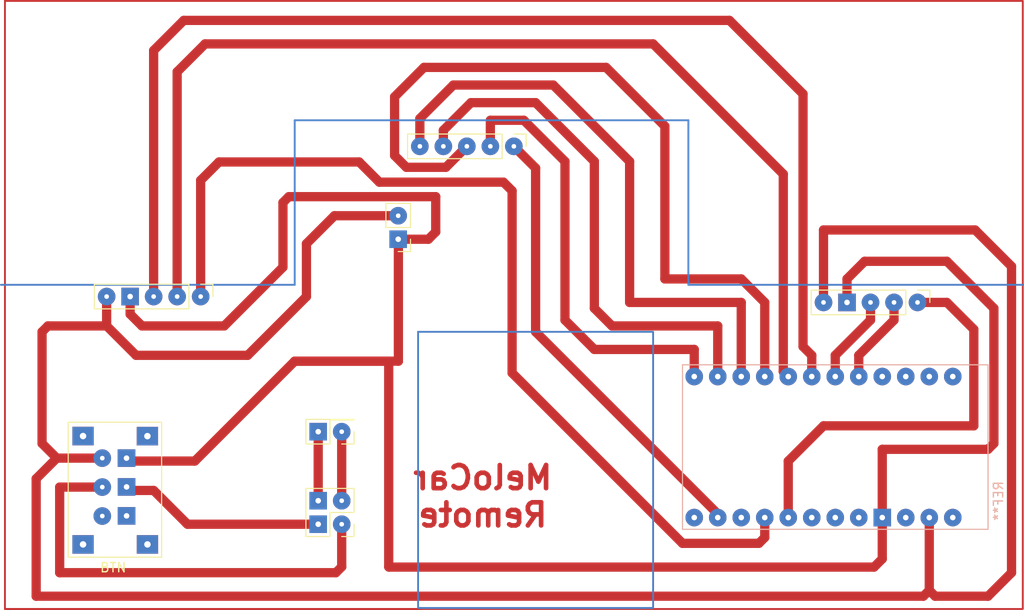
<source format=kicad_pcb>
(kicad_pcb (version 20211014) (generator pcbnew)
  (layers (0 "F.Cu" signal) (31 "B.Cu" signal) (34 "B.Paste" user) (35 "F.Paste" user) (36 "B.SilkS" user "B.Silkscreen") (37 "F.SilkS" user "F.Silkscreen") (38 "B.Mask" user) (39 "F.Mask" user) (44 "Edge.Cuts" user))
  (net 0 "")
  (footprint "Connector_PinHeader_2.54mm:PinHeader_1x05_P2.54mm_Vertical" (layer "F.Cu") (at 67.5 27.58 -90)
    (fp_text reference "" (at 0 -2.33 90) (layer "F.SilkS"))
    (fp_text value "POWERS")
    (fp_line (start -1.33 -1.33) (end 0 -1.33) (layer "F.SilkS") (width 0.12))
    (fp_line (start -1.33 1.27) (end -1.33 11.49) (layer "F.SilkS") (width 0.12))
    (fp_line (start 1.33 1.27) (end 1.33 11.49) (layer "F.SilkS") (width 0.12))
    (fp_line (start -1.33 0) (end -1.33 -1.33) (layer "F.SilkS") (width 0.12))
    (fp_line (start -1.33 11.49) (end 1.33 11.49) (layer "F.SilkS") (width 0.12))
    (fp_line (start -1.33 1.27) (end 1.33 1.27) (layer "F.SilkS") (width 0.12))
    (pad "1" thru_hole oval (at 0 0 270) (size 1.9 1.9) (drill 0.5) (layers *.Cu *.Mask))
    (pad "2" thru_hole oval (at 0 2.54 270) (size 1.9 1.9) (drill 0.5) (layers *.Cu *.Mask))
    (pad "3" thru_hole oval (at 0 5.08 270) (size 1.9 1.9) (drill 0.5) (layers *.Cu *.Mask))
    (pad "4" thru_hole oval (at 0 7.62 270) (size 1.9 1.9) (drill 0.5) (layers *.Cu *.Mask))
    (pad "5" thru_hole oval (at 0 10.16 270) (size 1.9 1.9) (drill 0.5) (layers *.Cu *.Mask))
  )
  (footprint "Connector_PinHeader_2.54mm:PinHeader_2x02_P2.54mm_Vertical" (layer "F.Cu") (at 48.895 68.42 180)
    (fp_text reference "" (at 1.27 -2.33) (layer "F.SilkS"))
    (fp_text value "POWERS")
    (fp_line (start -1.33 3.87) (end 3.87 3.87) (layer "F.SilkS") (width 0.12))
    (fp_line (start 3.87 -1.33) (end 3.87 3.87) (layer "F.SilkS") (width 0.12))
    (fp_line (start 1.27 1.27) (end 1.27 -1.33) (layer "F.SilkS") (width 0.12))
    (fp_line (start -1.33 1.27) (end 1.27 1.27) (layer "F.SilkS") (width 0.12))
    (fp_line (start -1.33 -1.33) (end 0 -1.33) (layer "F.SilkS") (width 0.12))
    (fp_line (start -1.33 1.27) (end -1.33 3.87) (layer "F.SilkS") (width 0.12))
    (fp_line (start 1.27 -1.33) (end 3.87 -1.33) (layer "F.SilkS") (width 0.12))
    (fp_line (start -1.33 0) (end -1.33 -1.33) (layer "F.SilkS") (width 0.12))
    (pad "1" thru_hole oval (at 0 0 180) (size 1.9 1.9) (drill 0.5) (layers *.Cu *.Mask))
    (pad "2" thru_hole rect (at 2.54 0 180) (size 1.9 1.9) (drill 0.6) (layers *.Cu *.Mask))
    (pad "3" thru_hole oval (at 0 2.54 180) (size 1.9 1.9) (drill 0.5) (layers *.Cu *.Mask))
    (pad "4" thru_hole rect (at 2.54 2.54 180) (size 1.9 1.9) (drill 0.6) (layers *.Cu *.Mask))
  )
  (footprint "Connector_PinHeader_2.54mm:PinHeader_1x05_P2.54mm_Vertical" (layer "F.Cu") (at 33.65 43.815 -90)
    (fp_text reference "" (at 0 -2.33 90) (layer "F.SilkS"))
    (fp_text value "POWERS")
    (fp_line (start -1.33 0) (end -1.33 -1.33) (layer "F.SilkS") (width 0.12))
    (fp_line (start -1.33 1.27) (end -1.33 11.49) (layer "F.SilkS") (width 0.12))
    (fp_line (start 1.33 1.27) (end 1.33 11.49) (layer "F.SilkS") (width 0.12))
    (fp_line (start -1.33 -1.33) (end 0 -1.33) (layer "F.SilkS") (width 0.12))
    (fp_line (start -1.33 1.27) (end 1.33 1.27) (layer "F.SilkS") (width 0.12))
    (fp_line (start -1.33 11.49) (end 1.33 11.49) (layer "F.SilkS") (width 0.12))
    (pad "1" thru_hole oval (at 0 0 270) (size 1.9 1.9) (drill 0.5) (layers *.Cu *.Mask))
    (pad "2" thru_hole oval (at 0 2.54 270) (size 1.9 1.9) (drill 0.5) (layers *.Cu *.Mask))
    (pad "3" thru_hole oval (at 0 5.08 270) (size 1.9 1.9) (drill 0.5) (layers *.Cu *.Mask))
    (pad "4" thru_hole rect (at 0 7.62 270) (size 1.9 1.9) (drill 0.6) (layers *.Cu *.Mask))
    (pad "5" thru_hole oval (at 0 10.16 270) (size 1.9 1.9) (drill 0.5) (layers *.Cu *.Mask))
  )
  (footprint "Connector_PinHeader_2.54mm:PinHeader_1x02_P2.54mm_Vertical" (layer "F.Cu") (at 55 37.62 180)
    (fp_text reference "" (at 0 -2.33) (layer "F.SilkS"))
    (fp_text value "POWERS")
    (fp_line (start 1.33 1.27) (end 1.33 3.87) (layer "F.SilkS") (width 0.12))
    (fp_line (start -1.33 1.27) (end 1.33 1.27) (layer "F.SilkS") (width 0.12))
    (fp_line (start -1.33 0) (end -1.33 -1.33) (layer "F.SilkS") (width 0.12))
    (fp_line (start -1.33 -1.33) (end 0 -1.33) (layer "F.SilkS") (width 0.12))
    (fp_line (start -1.33 1.27) (end -1.33 3.87) (layer "F.SilkS") (width 0.12))
    (fp_line (start -1.33 3.87) (end 1.33 3.87) (layer "F.SilkS") (width 0.12))
    (pad "1" thru_hole rect (at 0 0 180) (size 1.9 1.9) (drill 0.6) (layers *.Cu *.Mask))
    (pad "2" thru_hole oval (at 0 2.54 180) (size 1.9 1.9) (drill 0.5) (layers *.Cu *.Mask))
  )
  (footprint "Connector_PinHeader_2.54mm:PinHeader_2x01_P2.54mm_Vertical" (layer "F.Cu") (at 48.895 58.42 180)
    (fp_text reference "" (at 1.27 -2.33) (layer "F.SilkS"))
    (fp_text value "POWERS")
    (fp_line (start -1.33 -1.33) (end 0 -1.33) (layer "F.SilkS") (width 0.12))
    (fp_line (start 1.27 -1.33) (end 3.87 -1.33) (layer "F.SilkS") (width 0.12))
    (fp_line (start -1.33 0) (end -1.33 -1.33) (layer "F.SilkS") (width 0.12))
    (fp_line (start -1.33 1.33) (end 3.87 1.33) (layer "F.SilkS") (width 0.12))
    (fp_line (start 3.87 -1.33) (end 3.87 1.33) (layer "F.SilkS") (width 0.12))
    (fp_line (start -1.33 1.27) (end -1.33 1.33) (layer "F.SilkS") (width 0.12))
    (fp_line (start -1.33 1.27) (end 1.27 1.27) (layer "F.SilkS") (width 0.12))
    (fp_line (start 1.27 1.27) (end 1.27 -1.33) (layer "F.SilkS") (width 0.12))
    (pad "1" thru_hole oval (at 0 0 180) (size 1.9 1.9) (drill 0.5) (layers *.Cu *.Mask))
    (pad "2" thru_hole rect (at 2.54 0 180) (size 1.9 1.9) (drill 0.6) (layers *.Cu *.Mask))
  )
  (footprint "Connector_PinHeader_2.54mm:PushButton_6_pin" (layer "F.Cu") (at 27.94 70.485 180)
    (fp_text reference "BTN" (at 3.74 -2.618) (layer "F.SilkS"))
    (fp_text value "PushButton_6_pin")
    (fp_line (start -1.491194 -1.496) (end 8.602 -1.496) (layer "F.SilkS") (width 0.12))
    (fp_line (start -1.491194 13.09) (end 8.602 13.09) (layer "F.SilkS") (width 0.12))
    (fp_line (start 8.602 -1.496) (end 8.602 13.09) (layer "F.SilkS") (width 0.12))
    (fp_line (start -1.491194 -1.496) (end -1.491194 13.09) (layer "F.SilkS") (width 0.12))
    (pad "" thru_hole rect (at 0.043736 11.586152 180) (size 2.3 2) (drill 0.7) (layers *.Cu *.Mask))
    (pad "" thru_hole rect (at 0.03893 -0.118391 180) (size 2.3 2) (drill 0.7) (layers *.Cu *.Mask))
    (pad "" thru_hole rect (at 7.000509 11.59419 180) (size 2.3 2) (drill 0.7) (layers *.Cu *.Mask))
    (pad "" thru_hole rect (at 7.000509 -0.118391 180) (size 2.3 2) (drill 0.7) (layers *.Cu *.Mask))
    (pad "1" thru_hole rect (at 2.294688 2.967779 180) (size 1.9 1.9) (drill 0.6) (layers *.Cu *.Mask))
    (pad "2" thru_hole oval (at 4.918896 2.948554 180) (size 1.9 1.9) (drill 0.5) (layers *.Cu *.Mask))
    (pad "3" thru_hole rect (at 2.29506 6.097205 180) (size 1.9 1.9) (drill 0.6) (layers *.Cu *.Mask))
    (pad "4" thru_hole oval (at 4.919268 6.07798 180) (size 1.9 1.9) (drill 0.5) (layers *.Cu *.Mask))
    (pad "5" thru_hole rect (at 2.30164 9.207406 180) (size 1.9 1.9) (drill 0.6) (layers *.Cu *.Mask))
    (pad "6" thru_hole oval (at 4.91964 9.207406 180) (size 1.9 1.9) (drill 0.5) (layers *.Cu *.Mask))
  )
  (footprint "Connector_PinHeader_2.54mm:PinHeader_1x05_P2.54mm_Vertical" (layer "F.Cu") (at 111.125 44.45 -90)
    (fp_text reference "" (at 0 -2.33 90) (layer "F.SilkS"))
    (fp_text value "POWERS")
    (fp_line (start -1.33 0) (end -1.33 -1.33) (layer "F.SilkS") (width 0.12))
    (fp_line (start -1.33 11.49) (end 1.33 11.49) (layer "F.SilkS") (width 0.12))
    (fp_line (start -1.33 -1.33) (end 0 -1.33) (layer "F.SilkS") (width 0.12))
    (fp_line (start 1.33 1.27) (end 1.33 11.49) (layer "F.SilkS") (width 0.12))
    (fp_line (start -1.33 1.27) (end 1.33 1.27) (layer "F.SilkS") (width 0.12))
    (fp_line (start -1.33 1.27) (end -1.33 11.49) (layer "F.SilkS") (width 0.12))
    (pad "1" thru_hole oval (at 0 0 270) (size 1.9 1.9) (drill 0.5) (layers *.Cu *.Mask))
    (pad "2" thru_hole oval (at 0 2.54 270) (size 1.9 1.9) (drill 0.5) (layers *.Cu *.Mask))
    (pad "3" thru_hole oval (at 0 5.08 270) (size 1.9 1.9) (drill 0.5) (layers *.Cu *.Mask))
    (pad "4" thru_hole rect (at 0 7.62 270) (size 1.9 1.9) (drill 0.6) (layers *.Cu *.Mask))
    (pad "5" thru_hole oval (at 0 10.16 270) (size 1.9 1.9) (drill 0.5) (layers *.Cu *.Mask))
  )
  (footprint "Arduino pro mini:MODULE_ARDUINO_PRO_MINI" (layer "B.Cu") (at 102.235 60.08 90)
    (fp_text reference "REF**" (at -5.825 17.635 270) (layer "B.SilkS") (effects (justify mirror)))
    (fp_text value "MODULE_ARDUINO_PRO_MINI")
    (fp_line (start -8.89 16.51) (end -8.89 -16.51) (layer "B.SilkS") (width 0.127))
    (fp_line (start 8.89 -16.51) (end 8.89 16.51) (layer "B.SilkS") (width 0.127))
    (fp_line (start 8.89 16.51) (end -8.89 16.51) (layer "B.SilkS") (width 0.127))
    (fp_line (start -8.89 -16.51) (end 8.89 -16.51) (layer "B.SilkS") (width 0.127))
    (pad "2" thru_hole circle (at -7.62 2.54 90) (size 1.9 1.9) (drill 0.6) (layers *.Cu *.Mask))
    (pad "3" thru_hole circle (at -7.62 0 90) (size 1.9 1.9) (drill 0.6) (layers *.Cu *.Mask))
    (pad "4" thru_hole circle (at -7.62 -2.54 90) (size 1.9 1.9) (drill 0.6) (layers *.Cu *.Mask))
    (pad "5" thru_hole circle (at -7.62 -5.08 90) (size 1.9 1.9) (drill 0.6) (layers *.Cu *.Mask))
    (pad "6" thru_hole circle (at -7.62 -7.62 90) (size 1.9 1.9) (drill 0.6) (layers *.Cu *.Mask))
    (pad "7" thru_hole circle (at -7.62 -10.16 90) (size 1.9 1.9) (drill 0.6) (layers *.Cu *.Mask))
    (pad "8" thru_hole circle (at -7.62 -12.7 90) (size 1.9 1.9) (drill 0.6) (layers *.Cu *.Mask))
    (pad "9" thru_hole circle (at -7.62 -15.24 90) (size 1.9 1.9) (drill 0.6) (layers *.Cu *.Mask))
    (pad "10" thru_hole circle (at 7.62 -15.24 90) (size 1.9 1.9) (drill 0.6) (layers *.Cu *.Mask))
    (pad "11" thru_hole circle (at 7.62 -12.7 90) (size 1.9 1.9) (drill 0.6) (layers *.Cu *.Mask))
    (pad "12" thru_hole circle (at 7.62 -10.16 90) (size 1.9 1.9) (drill 0.6) (layers *.Cu *.Mask))
    (pad "13" thru_hole circle (at 7.62 -7.62 90) (size 1.9 1.9) (drill 0.6) (layers *.Cu *.Mask))
    (pad "A0" thru_hole circle (at 7.62 -5.08 90) (size 1.9 1.9) (drill 0.6) (layers *.Cu *.Mask))
    (pad "A1" thru_hole circle (at 7.62 -2.54 90) (size 1.9 1.9) (drill 0.6) (layers *.Cu *.Mask))
    (pad "A2" thru_hole circle (at 7.62 0 90) (size 1.9 1.9) (drill 0.6) (layers *.Cu *.Mask))
    (pad "A3" thru_hole circle (at 7.62 2.54 90) (size 1.9 1.9) (drill 0.6) (layers *.Cu *.Mask))
    (pad "GND" thru_hole circle (at 7.62 10.16 90) (size 1.9 1.9) (drill 0.6) (layers *.Cu *.Mask))
    (pad "GND" thru_hole rect (at -7.62 5.08 90) (size 1.9 1.9) (drill 0.6) (layers *.Cu *.Mask))
    (pad "JP7_10" thru_hole circle (at -7.62 7.62 90) (size 1.9 1.9) (drill 0.6) (layers *.Cu *.Mask))
    (pad "JP7_11" thru_hole circle (at -7.62 10.16 90) (size 1.9 1.9) (drill 0.6) (layers *.Cu *.Mask))
    (pad "JP7_12" thru_hole circle (at -7.62 12.7 90) (size 1.9 1.9) (drill 0.6) (layers *.Cu *.Mask))
    (pad "RAW" thru_hole circle (at 7.62 12.7 90) (size 1.9 1.9) (drill 0.6) (layers *.Cu *.Mask))
    (pad "RST" thru_hole circle (at 7.62 7.62 90) (size 1.9 1.9) (drill 0.6) (layers *.Cu *.Mask))
    (pad "VCC" thru_hole circle (at 7.62 5.08 90) (size 1.9 1.9) (drill 0.6) (layers *.Cu *.Mask))
  )
  (gr_line (start 12.5 77.58) (end 57.5 77.58) (layer "F.Cu") (width 0.2))
  (gr_rect (start 12.5 11.865) (end 122.5 77.58) (layer "F.Cu") (width 0.2) (fill none))
  (gr_line (start 86.36 24.765) (end 86.36 42.545) (layer "B.Cu") (width 0.2))
  (gr_line (start 12.065 42.545) (end 43.815 42.545) (layer "B.Cu") (width 0.2))
  (gr_line (start 43.815 24.765) (end 86.36 24.765) (layer "B.Cu") (width 0.2))
  (gr_line (start 43.815 42.545) (end 43.815 24.765) (layer "B.Cu") (width 0.2))
  (gr_rect (start 82.55 47.625) (end 57.15 77.47) (layer "B.Cu") (width 0.2) (fill none))
  (gr_line (start 86.36 42.545) (end 122.555 42.545) (layer "B.Cu") (width 0.2))
  (gr_text "MeloCar\nRemote" (at 64.135 65.405) (layer "F.Cu") (effects (font (size 2.5 2.5) (thickness 0.5)) (justify mirror)))
  (segment (start 54.61 22.225) (end 54.61 28.575) (width 1) (layer "F.Cu") (net 0))
  (segment (start 46.355 58.42) (end 46.355 65.88) (width 1) (layer "F.Cu") (net 0))
  (segment (start 83.82 25.4) (end 77.47 19.05) (width 1) (layer "F.Cu") (net 0))
  (segment (start 89.535 67.7) (end 89.535 67.31) (width 1) (layer "F.Cu") (net 0))
  (segment (start 73.025 46.355) (end 73.025 29.21) (width 1) (layer "F.Cu") (net 0))
  (segment (start 117.350973 36.61827) (end 121.285 40.552297) (width 1) (layer "F.Cu") (net 0))
  (segment (start 35.635433 29.268823) (end 50.780721 29.268823) (width 1) (layer "F.Cu") (net 0))
  (segment (start 69.85 29.93) (end 67.5 27.58) (width 1) (layer "F.Cu") (net 0))
  (segment (start 89.535 46.99) (end 78.105 46.99) (width 1) (layer "F.Cu") (net 0))
  (segment (start 100.965 36.61827) (end 117.350973 36.61827) (width 1) (layer "F.Cu") (net 0))
  (segment (start 26.027145 64.77) (end 28.575 64.77) (width 1) (layer "F.Cu") (net 0))
  (segment (start 96.617526 30.577526) (end 96.617526 51.922526) (width 1) (layer "F.Cu") (net 0))
  (segment (start 78.105 46.99) (end 76.2 45.085) (width 1) (layer "F.Cu") (net 0))
  (segment (start 55 37.62) (end 55.021225 37.641225) (width 1) (layer "F.Cu") (net 0))
  (segment (start 83.82 41.91) (end 83.82 25.4) (width 1) (layer "F.Cu") (net 0))
  (segment (start 121.285 40.552297) (end 121.285 73.66) (width 1) (layer "F.Cu") (net 0))
  (segment (start 23.495 46.99) (end 17.145 46.99) (width 1) (layer "F.Cu") (net 0))
  (segment (start 107.315 67.7) (end 107.315 72.165) (width 1) (layer "F.Cu") (net 0))
  (segment (start 80.01 44.45) (end 80.01 29.21) (width 1) (layer "F.Cu") (net 0))
  (segment (start 77.47 19.05) (end 57.785 19.05) (width 1) (layer "F.Cu") (net 0))
  (segment (start 50.780721 29.268823) (end 52.965106 31.453208) (width 1) (layer "F.Cu") (net 0))
  (segment (start 23.02036 61.277594) (end 18.097406 61.277594) (width 1) (layer "F.Cu") (net 0))
  (segment (start 33.65 31.254256) (end 35.635433 29.268823) (width 1) (layer "F.Cu") (net 0))
  (segment (start 57.785 19.05) (end 54.61 22.225) (width 1) (layer "F.Cu") (net 0))
  (segment (start 55.021225 50.8) (end 43.815 50.8) (width 1) (layer "F.Cu") (net 0))
  (segment (start 28.57 43.815) (end 28.57 17.221561) (width 1) (layer "F.Cu") (net 0))
  (segment (start 121.285 73.66) (end 118.745 76.2) (width 1) (layer "F.Cu") (net 0))
  (segment (start 112.395 75.565) (end 112.395 67.7) (width 1) (layer "F.Cu") (net 0))
  (segment (start 86.995 52.46) (end 86.995 49.53) (width 1) (layer "F.Cu") (net 0))
  (segment (start 118.745 60.325) (end 107.315 60.325) (width 1) (layer "F.Cu") (net 0))
  (segment (start 45.085 43.815) (end 38.735 50.165) (width 1) (layer "F.Cu") (net 0))
  (segment (start 89.535 67.31) (end 69.85 47.625) (width 1) (layer "F.Cu") (net 0))
  (segment (start 94.615 44.45) (end 92.075 41.91) (width 1) (layer "F.Cu") (net 0))
  (segment (start 26.67 50.165) (end 23.495 46.99) (width 1) (layer "F.Cu") (net 0))
  (segment (start 53.975 50.8) (end 43.815 50.8) (width 1) (layer "F.Cu") (net 0))
  (segment (start 69.85 22.86) (end 62.865 22.86) (width 1) (layer "F.Cu") (net 0))
  (segment (start 15.875 76.2) (end 111.76 76.2) (width 1) (layer "F.Cu") (net 0))
  (segment (start 48.895 58.42) (end 48.895 65.88) (width 1) (layer "F.Cu") (net 0))
  (segment (start 92.075 44.45) (end 80.01 44.45) (width 1) (layer "F.Cu") (net 0))
  (segment (start 76.2 29.21) (end 69.85 22.86) (width 1) (layer "F.Cu") (net 0))
  (segment (start 53.975 73.025) (end 53.975 50.8) (width 1) (layer "F.Cu") (net 0))
  (segment (start 62.865 22.86) (end 59.88 25.845) (width 1) (layer "F.Cu") (net 0))
  (segment (start 102.235 50.165) (end 102.235 52.46) (width 1) (layer "F.Cu") (net 0))
  (segment (start 33.65 43.815) (end 33.65 31.254256) (width 1) (layer "F.Cu") (net 0))
  (segment (start 43.18 33.02) (end 59.055 33.02) (width 1) (layer "F.Cu") (net 0))
  (segment (start 107.315 60.325) (end 107.315 67.7) (width 1) (layer "F.Cu") (net 0))
  (segment (start 111.76 76.2) (end 112.395 75.565) (width 1) (layer "F.Cu") (net 0))
  (segment (start 119.38 59.69) (end 118.745 60.325) (width 1) (layer "F.Cu") (net 0))
  (segment (start 31.11 43.815) (end 31.11 19.526201) (width 1) (layer "F.Cu") (net 0))
  (segment (start 90.805 13.97) (end 98.751406 21.916406) (width 1) (layer "F.Cu") (net 0))
  (segment (start 97.155 61.595) (end 100.965 57.785) (width 1) (layer "F.Cu") (net 0))
  (segment (start 92.075 52.46) (end 92.075 44.45) (width 1) (layer "F.Cu") (net 0))
  (segment (start 54.61 28.575) (end 55.88 29.845) (width 1) (layer "F.Cu") (net 0))
  (segment (start 42.545 40.64) (end 42.545 33.655) (width 1) (layer "F.Cu") (net 0))
  (segment (start 55.88 29.845) (end 60.155 29.845) (width 1) (layer "F.Cu") (net 0))
  (segment (start 64.96 24.765) (end 64.96 27.58) (width 1) (layer "F.Cu") (net 0))
  (segment (start 59.88 25.845) (end 59.88 27.58) (width 1) (layer "F.Cu") (net 0))
  (segment (start 55.021225 37.641225) (end 55.021225 50.8) (width 1) (layer "F.Cu") (net 0))
  (segment (start 67.31 52.07) (end 85.725 70.485) (width 1) (layer "F.Cu") (net 0))
  (segment (start 107.315 72.165) (end 106.42733 73.05267) (width 1) (layer "F.Cu") (net 0))
  (segment (start 17.145 46.99) (end 16.51 47.625) (width 1) (layer "F.Cu") (net 0))
  (segment (start 114.3 44.45) (end 111.125 44.45) (width 1) (layer "F.Cu") (net 0))
  (segment (start 26.03 43.815) (end 26.03 45.715) (width 1) (layer "F.Cu") (net 0))
  (segment (start 114.3 40.005) (end 119.38 45.085) (width 1) (layer "F.Cu") (net 0))
  (segment (start 100.965 57.785) (end 117.209256 57.785) (width 1) (layer "F.Cu") (net 0))
  (segment (start 76.2 45.085) (end 76.2 29.21) (width 1) (layer "F.Cu") (net 0))
  (segment (start 98.751406 49.221406) (end 99.695 50.165) (width 1) (layer "F.Cu") (net 0))
  (segment (start 48.895 73.025) (end 48.895 68.42) (width 1) (layer "F.Cu") (net 0))
  (segment (start 85.725 70.485) (end 93.98 70.485) (width 1) (layer "F.Cu") (net 0))
  (segment (start 96.617526 51.922526) (end 97.155 52.46) (width 1) (layer "F.Cu") (net 0))
  (segment (start 105.41 40.005) (end 114.3 40.005) (width 1) (layer "F.Cu") (net 0))
  (segment (start 26.03 45.715) (end 27.305 46.99) (width 1) (layer "F.Cu") (net 0))
  (segment (start 68.58 24.765) (end 64.96 24.765) (width 1) (layer "F.Cu") (net 0))
  (segment (start 82.55 16.51) (end 96.617526 30.577526) (width 1) (layer "F.Cu") (net 0))
  (segment (start 48.26 73.66) (end 48.895 73.025) (width 1) (layer "F.Cu") (net 0))
  (segment (start 94.615 69.85) (end 94.615 67.7) (width 1) (layer "F.Cu") (net 0))
  (segment (start 60.155 29.845) (end 62.42 27.58) (width 1) (layer "F.Cu") (net 0))
  (segment (start 33.02 61.595) (end 25.955766 61.595) (width 1) (layer "F.Cu") (net 0))
  (segment (start 93.98 70.485) (end 94.615 69.85) (width 1) (layer "F.Cu") (net 0))
  (segment (start 117.209256 47.359256) (end 114.3 44.45) (width 1) (layer "F.Cu") (net 0))
  (segment (start 15.875 63.5) (end 15.875 76.2) (width 1) (layer "F.Cu") (net 0))
  (segment (start 59.055 33.02) (end 59.055 36.83) (width 1) (layer "F.Cu") (net 0))
  (segment (start 16.51 59.690188) (end 18.097406 61.277594) (width 1) (layer "F.Cu") (net 0))
  (segment (start 16.51 47.625) (end 16.51 59.690188) (width 1) (layer "F.Cu") (net 0))
  (segment (start 27.305 46.99) (end 36.195 46.99) (width 1) (layer "F.Cu") (net 0))
  (segment (start 118.745 76.2) (end 113.03 76.2) (width 1) (layer "F.Cu") (net 0))
  (segment (start 31.821561 13.97) (end 90.805 13.97) (width 1) (layer "F.Cu") (net 0))
  (segment (start 23.49 46.985) (end 23.495 46.99) (width 1) (layer "F.Cu") (net 0))
  (segment (start 103.505 41.91) (end 105.41 40.005) (width 1) (layer "F.Cu") (net 0))
  (segment (start 18.097406 61.277594) (end 15.875 63.5) (width 1) (layer "F.Cu") (net 0))
  (segment (start 92.075 41.91) (end 83.82 41.91) (width 1) (layer "F.Cu") (net 0))
  (segment (start 43.815 50.8) (end 33.02 61.595) (width 1) (layer "F.Cu") (net 0))
  (segment (start 59.055 36.83) (end 58.265 37.62) (width 1) (layer "F.Cu") (net 0))
  (segment (start 69.85 47.625) (end 69.85 29.93) (width 1) (layer "F.Cu") (net 0))
  (segment (start 55 35.08) (end 48.105 35.08) (width 1) (layer "F.Cu") (net 0))
  (segment (start 119.38 45.085) (end 119.38 59.69) (width 1) (layer "F.Cu") (net 0))
  (segment (start 32.225 68.42) (end 32.0675 68.2625) (width 1) (layer "F.Cu") (net 0))
  (segment (start 113.03 76.2) (end 112.395 75.565) (width 1) (layer "F.Cu") (net 0))
  (segment (start 36.195 46.99) (end 42.545 40.64) (width 1) (layer "F.Cu") (net 0))
  (segment (start 58.265 37.62) (end 55 37.62) (width 1) (layer "F.Cu") (net 0))
  (segment (start 104.775 50.165) (end 104.775 52.46) (width 1) (layer "F.Cu") (net 0))
  (segment (start 98.751406 21.916406) (end 98.751406 49.221406) (width 1) (layer "F.Cu") (net 0))
  (segment (start 23.49 43.815) (end 23.49 46.985) (width 1) (layer "F.Cu") (net 0))
  (segment (start 25.64494 64.387795) (end 26.027145 64.77) (width 1) (layer "F.Cu") (net 0))
  (segment (start 46.355 68.42) (end 32.225 68.42) (width 1) (layer "F.Cu") (net 0))
  (segment (start 76.2 49.53) (end 73.025 46.355) (width 1) (layer "F.Cu") (net 0))
  (segment (start 80.01 29.21) (end 71.755 20.955) (width 1) (layer "F.Cu") (net 0))
  (segment (start 38.735 50.165) (end 26.67 50.165) (width 1) (layer "F.Cu") (net 0))
  (segment (start 100.965 44.45) (end 100.965 36.61827) (width 1) (layer "F.Cu") (net 0))
  (segment (start 23.020732 64.40702) (end 18.415 64.40702) (width 1) (layer "F.Cu") (net 0))
  (segment (start 18.415 64.40702) (end 18.415 73.66) (width 1) (layer "F.Cu") (net 0))
  (segment (start 67.31 32.385) (end 67.31 52.07) (width 1) (layer "F.Cu") (net 0))
  (segment (start 34.126201 16.51) (end 82.55 16.51) (width 1) (layer "F.Cu") (net 0))
  (segment (start 42.545 33.655) (end 43.18 33.02) (width 1) (layer "F.Cu") (net 0))
  (segment (start 86.995 49.53) (end 76.2 49.53) (width 1) (layer "F.Cu") (net 0))
  (segment (start 52.965106 31.453208) (end 66.378208 31.453208) (width 1) (layer "F.Cu") (net 0))
  (segment (start 25.955766 61.595) (end 25.63836 61.277594) (width 1) (layer "F.Cu") (net 0))
  (segment (start 106.045 44.45) (end 106.045 46.355) (width 1) (layer "F.Cu") (net 0))
  (segment (start 66.378208 31.453208) (end 67.31 32.385) (width 1) (layer "F.Cu") (net 0))
  (segment (start 18.415 73.66) (end 48.26 73.66) (width 1) (layer "F.Cu") (net 0))
  (segment (start 89.535 52.46) (end 89.535 46.99) (width 1) (layer "F.Cu") (net 0))
  (segment (start 94.615 52.46) (end 94.615 44.45) (width 1) (layer "F.Cu") (net 0))
  (segment (start 97.155 67.7) (end 97.155 61.595) (width 1) (layer "F.Cu") (net 0))
  (segment (start 106.045 46.355) (end 102.235 50.165) (width 1) (layer "F.Cu") (net 0))
  (segment (start 108.585 46.355) (end 104.775 50.165) (width 1) (layer "F.Cu") (net 0))
  (segment (start 99.695 50.165) (end 99.695 52.46) (width 1) (layer "F.Cu") (net 0))
  (segment (start 108.585 44.45) (end 108.585 46.355) (width 1) (layer "F.Cu") (net 0))
  (segment (start 31.11 19.526201) (end 34.126201 16.51) (width 1) (layer "F.Cu") (net 0))
  (segment (start 54.00267 73.05267) (end 53.975 73.025) (width 1) (layer "F.Cu") (net 0))
  (segment (start 103.505 44.45) (end 103.505 41.91) (width 1) (layer "F.Cu") (net 0))
  (segment (start 28.57 17.221561) (end 31.821561 13.97) (width 1) (layer "F.Cu") (net 0))
  (segment (start 71.755 20.955) (end 60.96 20.955) (width 1) (layer "F.Cu") (net 0))
  (segment (start 60.96 20.955) (end 57.34 24.575) (width 1) (layer "F.Cu") (net 0))
  (segment (start 28.575 64.77) (end 32.0675 68.2625) (width 1) (layer "F.Cu") (net 0))
  (segment (start 106.42733 73.05267) (end 54.00267 73.05267) (width 1) (layer "F.Cu") (net 0))
  (segment (start 57.34 24.575) (end 57.34 27.58) (width 1) (layer "F.Cu") (net 0))
  (segment (start 117.209256 57.785) (end 117.209256 47.359256) (width 1) (layer "F.Cu") (net 0))
  (segment (start 45.085 38.1) (end 45.085 43.815) (width 1) (layer "F.Cu") (net 0))
  (segment (start 48.105 35.08) (end 45.085 38.1) (width 1) (layer "F.Cu") (net 0))
  (segment (start 73.025 29.21) (end 68.58 24.765) (width 1) (layer "F.Cu") (net 0))
)
</source>
